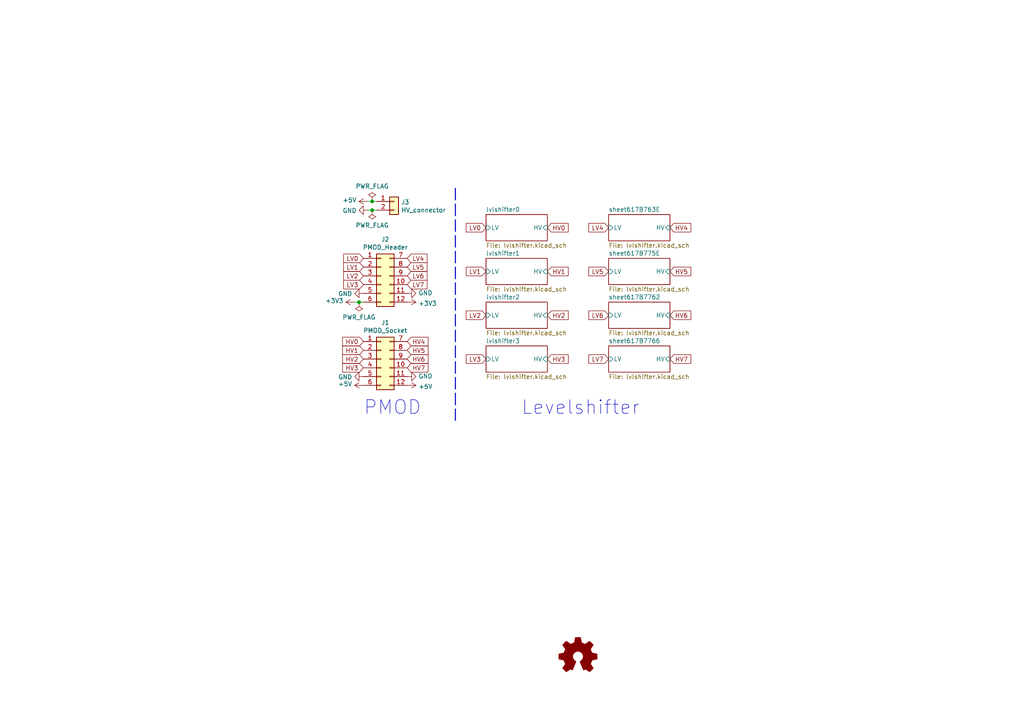
<source format=kicad_sch>
(kicad_sch (version 20211123) (generator eeschema)
  (paper "A4")
  (title_block (title "PMOD levelshifter") (date "2021-11-03") (rev "v1.0a"))
  (lib_symbols
    (symbol "Connector_Generic:Conn_01x02" (pin_names (offset 1.016) hide)
      (property "Reference" "J" (at 0 2.54 0))
      (property "Value" "Conn_01x02" (at 0 -5.08 0))
      (symbol "Conn_01x02_1_1"
        (rectangle (start -1.27 -2.413) (end 0 -2.667) (stroke (width 0.1524)))
        (rectangle (start -1.27 0.127) (end 0 -0.127) (stroke (width 0.1524)))
        (rectangle (start -1.27 1.27) (end 1.27 -3.81) (stroke (width 0.254)) (fill (type background)))
        (pin passive line (at -5.08 0 0) (length 3.81) (name "Pin_1") (number "1"))
        (pin passive line (at -5.08 -2.54 0) (length 3.81) (name "Pin_2") (number "2"))
      )
    )
    (symbol "Connector_Generic:Conn_02x06_Top_Bottom" (pin_names (offset 1.016) hide)
      (property "Reference" "J" (at 1.27 7.62 0))
      (property "Value" "Conn_02x06_Top_Bottom" (at 1.27 -10.16 0))
      (symbol "Conn_02x06_Top_Bottom_1_1"
        (rectangle (start -1.27 -7.493) (end 0 -7.747) (stroke (width 0.1524)))
        (rectangle (start -1.27 -4.953) (end 0 -5.207) (stroke (width 0.1524)))
        (rectangle (start -1.27 -2.413) (end 0 -2.667) (stroke (width 0.1524)))
        (rectangle (start -1.27 0.127) (end 0 -0.127) (stroke (width 0.1524)))
        (rectangle (start -1.27 2.667) (end 0 2.413) (stroke (width 0.1524)))
        (rectangle (start -1.27 5.207) (end 0 4.953) (stroke (width 0.1524)))
        (rectangle (start -1.27 6.35) (end 3.81 -8.89) (stroke (width 0.254)) (fill (type background)))
        (rectangle (start 3.81 -7.493) (end 2.54 -7.747) (stroke (width 0.1524)))
        (rectangle (start 3.81 -4.953) (end 2.54 -5.207) (stroke (width 0.1524)))
        (rectangle (start 3.81 -2.413) (end 2.54 -2.667) (stroke (width 0.1524)))
        (rectangle (start 3.81 0.127) (end 2.54 -0.127) (stroke (width 0.1524)))
        (rectangle (start 3.81 2.667) (end 2.54 2.413) (stroke (width 0.1524)))
        (rectangle (start 3.81 5.207) (end 2.54 4.953) (stroke (width 0.1524)))
        (pin passive line (at -5.08 5.08 0) (length 3.81) (name "Pin_1") (number "1"))
        (pin passive line (at 7.62 -2.54 180) (length 3.81) (name "Pin_10") (number "10"))
        (pin passive line (at 7.62 -5.08 180) (length 3.81) (name "Pin_11") (number "11"))
        (pin passive line (at 7.62 -7.62 180) (length 3.81) (name "Pin_12") (number "12"))
        (pin passive line (at -5.08 2.54 0) (length 3.81) (name "Pin_2") (number "2"))
        (pin passive line (at -5.08 0 0) (length 3.81) (name "Pin_3") (number "3"))
        (pin passive line (at -5.08 -2.54 0) (length 3.81) (name "Pin_4") (number "4"))
        (pin passive line (at -5.08 -5.08 0) (length 3.81) (name "Pin_5") (number "5"))
        (pin passive line (at -5.08 -7.62 0) (length 3.81) (name "Pin_6") (number "6"))
        (pin passive line (at 7.62 5.08 180) (length 3.81) (name "Pin_7") (number "7"))
        (pin passive line (at 7.62 2.54 180) (length 3.81) (name "Pin_8") (number "8"))
        (pin passive line (at 7.62 0 180) (length 3.81) (name "Pin_9") (number "9"))
      )
    )
    (symbol "Graphic:Logo_Open_Hardware_Small" (pin_names (offset 1.016))
      (symbol "Logo_Open_Hardware_Small_0_1"
        (polyline (pts (xy 3.3528 -4.3434) (xy 3.302 -4.318) (xy 3.175 -4.2418) (xy 2.9972 -4.1148) (xy 2.7686 -3.9624) (xy 2.54 -3.81) (xy 2.3622 -3.7084) (xy 2.2352 -3.6068) (xy 2.1844 -3.5814) (xy 2.159 -3.6068) (xy 2.0574 -3.6576) (xy 1.905 -3.7338) (xy 1.8034 -3.7846) (xy 1.6764 -3.8354) (xy 1.6002 -3.8354) (xy 1.6002 -3.8354) (xy 1.5494 -3.7338) (xy 1.4732 -3.5306) (xy 1.3462 -3.302) (xy 1.2446 -3.0226) (xy 1.1176 -2.7178) (xy 0.9652 -2.413) (xy 0.8636 -2.1082) (xy 0.7366 -1.8288) (xy 0.6604 -1.6256) (xy 0.6096 -1.4732) (xy 0.5842 -1.397) (xy 0.5842 -1.397) (xy 0.6604 -1.3208) (xy 0.7874 -1.2446) (xy 1.0414 -1.016) (xy 1.2954 -0.6858) (xy 1.4478 -0.3302) (xy 1.524 0.0762) (xy 1.4732 0.4572) (xy 1.3208 0.8128) (xy 1.0668 1.143) (xy 0.762 1.3716) (xy 0.4064 1.524) (xy 0 1.5748) (xy -0.381 1.5494) (xy -0.7366 1.397) (xy -1.0668 1.143) (xy -1.2192 0.9906) (xy -1.397 0.6604) (xy -1.524 0.3048) (xy -1.524 0.2286) (xy -1.4986 -0.1778) (xy -1.397 -0.5334) (xy -1.1938 -0.8636) (xy -0.9144 -1.143) (xy -0.8636 -1.1684) (xy -0.7366 -1.27) (xy -0.635 -1.3462) (xy -0.5842 -1.397) (xy -1.0668 -2.5908) (xy -1.143 -2.794) (xy -1.2954 -3.1242) (xy -1.397 -3.4036) (xy -1.4986 -3.6322) (xy -1.5748 -3.7846) (xy -1.6002 -3.8354) (xy -1.6002 -3.8354) (xy -1.651 -3.8354) (xy -1.7272 -3.81) (xy -1.905 -3.7338) (xy -2.0066 -3.683) (xy -2.1336 -3.6068) (xy -2.2098 -3.5814) (xy -2.2606 -3.6068) (xy -2.3622 -3.683) (xy -2.54 -3.81) (xy -2.7686 -3.9624) (xy -2.9718 -4.0894) (xy -3.1496 -4.2164) (xy -3.302 -4.318) (xy -3.3528 -4.3434) (xy -3.3782 -4.3434) (xy -3.429 -4.318) (xy -3.5306 -4.2164) (xy -3.7084 -4.064) (xy -3.937 -3.8354) (xy -3.9624 -3.81) (xy -4.1656 -3.6068) (xy -4.318 -3.4544) (xy -4.4196 -3.3274) (xy -4.445 -3.2766) (xy -4.445 -3.2766) (xy -4.4196 -3.2258) (xy -4.318 -3.0734) (xy -4.2164 -2.8956) (xy -4.064 -2.667) (xy -3.6576 -2.0828) (xy -3.8862 -1.5494) (xy -3.937 -1.3716) (xy -4.0386 -1.1684) (xy -4.0894 -1.0414) (xy -4.1148 -0.9652) (xy -4.191 -0.9398) (xy -4.318 -0.9144) (xy -4.5466 -0.8636) (xy -4.8006 -0.8128) (xy -5.0546 -0.7874) (xy -5.2578 -0.7366) (xy -5.4356 -0.7112) (xy -5.5118 -0.6858) (xy -5.5118 -0.6858) (xy -5.5372 -0.635) (xy -5.5372 -0.5588) (xy -5.5372 -0.4318) (xy -5.5626 -0.2286) (xy -5.5626 0.0762) (xy -5.5626 0.127) (xy -5.5372 0.4064) (xy -5.5372 0.635) (xy -5.5372 0.762) (xy -5.5372 0.8382) (xy -5.5372 0.8382) (xy -5.461 0.8382) (xy -5.3086 0.889) (xy -5.08 0.9144) (xy -4.826 0.9652) (xy -4.8006 0.9906) (xy -4.5466 1.0414) (xy -4.318 1.0668) (xy -4.1656 1.1176) (xy -4.0894 1.143) (xy -4.0894 1.143) (xy -4.0386 1.2446) (xy -3.9624 1.4224) (xy -3.8608 1.6256) (xy -3.7846 1.8288) (xy -3.7084 2.0066) (xy -3.6576 2.159) (xy -3.6322 2.2098) (xy -3.6322 2.2098) (xy -3.683 2.286) (xy -3.7592 2.413) (xy -3.8862 2.5908) (xy -4.064 2.8194) (xy -4.064 2.8448) (xy -4.2164 3.0734) (xy -4.3434 3.2512) (xy -4.4196 3.3782) (xy -4.445 3.4544) (xy -4.445 3.4544) (xy -4.3942 3.5052) (xy -4.2926 3.6322) (xy -4.1148 3.81) (xy -3.937 4.0132) (xy -3.8608 4.064) (xy -3.6576 4.2926) (xy -3.5052 4.4196) (xy -3.4036 4.4958) (xy -3.3528 4.5212) (xy -3.3528 4.5212) (xy -3.302 4.4704) (xy -3.1496 4.3688) (xy -2.9718 4.2418) (xy -2.7432 4.0894) (xy -2.7178 4.0894) (xy -2.4892 3.937) (xy -2.3114 3.81) (xy -2.1844 3.7084) (xy -2.1336 3.683) (xy -2.1082 3.683) (xy -2.032 3.7084) (xy -1.8542 3.7592) (xy -1.6764 3.8354) (xy -1.4732 3.937) (xy -1.27 4.0132) (xy -1.143 4.064) (xy -1.0668 4.1148) (xy -1.0668 4.1148) (xy -1.0414 4.191) (xy -1.016 4.3434) (xy -0.9652 4.572) (xy -0.9144 4.8514) (xy -0.889 4.9022) (xy -0.8382 5.1562) (xy -0.8128 5.3848) (xy -0.7874 5.5372) (xy -0.762 5.588) (xy -0.7112 5.6134) (xy -0.5842 5.6134) (xy -0.4064 5.6134) (xy -0.1524 5.6134) (xy 0.0762 5.6134) (xy 0.3302 5.6134) (xy 0.5334 5.6134) (xy 0.6858 5.588) (xy 0.7366 5.588) (xy 0.7366 5.588) (xy 0.762 5.5118) (xy 0.8128 5.334) (xy 0.8382 5.1054) (xy 0.9144 4.826) (xy 0.9144 4.7752) (xy 0.9652 4.5212) (xy 1.016 4.2926) (xy 1.0414 4.1402) (xy 1.0668 4.0894) (xy 1.0668 4.0894) (xy 1.1938 4.0386) (xy 1.3716 3.9624) (xy 1.5748 3.8608) (xy 2.0828 3.6576) (xy 2.7178 4.0894) (xy 2.7686 4.1402) (xy 2.9972 4.2926) (xy 3.175 4.4196) (xy 3.302 4.4958) (xy 3.3782 4.5212) (xy 3.3782 4.5212) (xy 3.429 4.4704) (xy 3.556 4.3434) (xy 3.7338 4.191) (xy 3.9116 3.9878) (xy 4.064 3.8354) (xy 4.2418 3.6576) (xy 4.3434 3.556) (xy 4.4196 3.4798) (xy 4.4196 3.429) (xy 4.4196 3.4036) (xy 4.3942 3.3274) (xy 4.2926 3.2004) (xy 4.1656 2.9972) (xy 4.0132 2.794) (xy 3.8862 2.5908) (xy 3.7592 2.3876) (xy 3.6576 2.2352) (xy 3.6322 2.159) (xy 3.6322 2.1336) (xy 3.683 2.0066) (xy 3.7592 1.8288) (xy 3.8608 1.6002) (xy 4.064 1.1176) (xy 4.3942 1.0414) (xy 4.5974 1.016) (xy 4.8768 0.9652) (xy 5.1308 0.9144) (xy 5.5372 0.8382) (xy 5.5626 -0.6604) (xy 5.4864 -0.6858) (xy 5.4356 -0.6858) (xy 5.2832 -0.7366) (xy 5.0546 -0.762) (xy 4.8006 -0.8128) (xy 4.5974 -0.8636) (xy 4.3688 -0.9144) (xy 4.2164 -0.9398) (xy 4.1402 -0.9398) (xy 4.1148 -0.9652) (xy 4.064 -1.0668) (xy 3.9878 -1.2446) (xy 3.9116 -1.4478) (xy 3.81 -1.651) (xy 3.7338 -1.8542) (xy 3.683 -2.0066) (xy 3.6576 -2.0828) (xy 3.683 -2.1336) (xy 3.7846 -2.2606) (xy 3.8862 -2.4638) (xy 4.0386 -2.667) (xy 4.191 -2.8956) (xy 4.318 -3.0734) (xy 4.3942 -3.2004) (xy 4.445 -3.2766) (xy 4.4196 -3.3274) (xy 4.3434 -3.429) (xy 4.1656 -3.5814) (xy 3.937 -3.8354) (xy 3.8862 -3.8608) (xy 3.683 -4.064) (xy 3.5306 -4.2164) (xy 3.4036 -4.318) (xy 3.3528 -4.3434)) (fill (type outline)))
      )
    )
    (symbol "power:+3.3V" (power) (pin_names (offset 0))
      (property "Value" "+3.3V" (at 0 3.556 0))
      (symbol "+3.3V_0_1"
        (polyline (pts (xy -0.762 1.27) (xy 0 2.54)))
        (polyline (pts (xy 0 0) (xy 0 2.54)))
        (polyline (pts (xy 0 2.54) (xy 0.762 1.27)))
      )
      (symbol "+3.3V_1_1"
        (pin power_in line (at 0 0 90) (length 0) hide (name "+3V3") (number "1"))
      )
    )
    (symbol "power:+5V" (power) (pin_names (offset 0))
      (property "Value" "+5V" (at 0 3.556 0))
      (symbol "+5V_0_1"
        (polyline (pts (xy -0.762 1.27) (xy 0 2.54)))
        (polyline (pts (xy 0 0) (xy 0 2.54)))
        (polyline (pts (xy 0 2.54) (xy 0.762 1.27)))
      )
      (symbol "+5V_1_1"
        (pin power_in line (at 0 0 90) (length 0) hide (name "+5V") (number "1"))
      )
    )
    (symbol "power:GND" (power) (pin_names (offset 0))
      (property "Value" "GND" (at 0 -3.81 0))
      (symbol "GND_0_1"
        (polyline (pts (xy 0 0) (xy 0 -1.27) (xy 1.27 -1.27) (xy 0 -2.54) (xy -1.27 -1.27) (xy 0 -1.27)))
      )
      (symbol "GND_1_1"
        (pin power_in line (at 0 0 270) (length 0) hide (name "GND") (number "1"))
      )
    )
    (symbol "power:PWR_FLAG" (power) (pin_numbers hide) (pin_names (offset 0) hide)
      (property "Value" "PWR_FLAG" (at 0 3.81 0))
      (symbol "PWR_FLAG_0_0"
        (pin power_out line (at 0 0 90) (length 0) (name "pwr") (number "1"))
      )
      (symbol "PWR_FLAG_0_1"
        (polyline (pts (xy 0 0) (xy 0 1.27) (xy -1.016 1.905) (xy 0 2.54) (xy 1.016 1.905) (xy 0 1.27)))
      )
    )
  )
  (junction (at 104.14 87.63))
  (junction (at 107.95 60.96))
  (junction (at 107.95 58.42))
  (wire (pts (xy 107.95 58.42) (xy 109.22 58.42)))
  (wire (pts (xy 109.22 60.96) (xy 107.95 60.96)))
  (wire (pts (xy 106.68 60.96) (xy 107.95 60.96)))
  (polyline (pts (xy 132.08 54.61) (xy 132.08 121.92)) (stroke (width 0.3048)))
  (wire (pts (xy 102.87 87.63) (xy 104.14 87.63)))
  (wire (pts (xy 107.95 58.42) (xy 106.68 58.42)))
  (wire (pts (xy 104.14 87.63) (xy 105.41 87.63)))
  (text "PMOD" (at 105.41 120.65 0) (effects (font (size 3.9878 3.9878)) (justify left bottom)))
  (text "Levelshifter" (at 151.13 120.65 0) (effects (font (size 3.9878 3.9878)) (justify left bottom)))
  (global_label "HV4" (shape input) (at 118.11 99.06 0) (property "Referenzen zwischen Schaltplänen" "${INTERSHEET_REFS}" (effects hide)))
  (global_label "LV6" (shape input) (at 176.53 91.44 180) (property "Referenzen zwischen Schaltplänen" "${INTERSHEET_REFS}" (effects hide)))
  (global_label "HV3" (shape input) (at 158.75 104.14 0) (property "Referenzen zwischen Schaltplänen" "${INTERSHEET_REFS}" (effects hide)))
  (global_label "LV3" (shape input) (at 140.97 104.14 180) (property "Referenzen zwischen Schaltplänen" "${INTERSHEET_REFS}" (effects hide)))
  (global_label "LV1" (shape input) (at 105.41 77.47 180) (property "Referenzen zwischen Schaltplänen" "${INTERSHEET_REFS}" (effects hide)))
  (global_label "LV7" (shape input) (at 176.53 104.14 180) (property "Referenzen zwischen Schaltplänen" "${INTERSHEET_REFS}" (effects hide)))
  (global_label "HV2" (shape input) (at 105.41 104.14 180) (property "Referenzen zwischen Schaltplänen" "${INTERSHEET_REFS}" (effects hide)))
  (global_label "HV1" (shape input) (at 105.41 101.6 180) (property "Referenzen zwischen Schaltplänen" "${INTERSHEET_REFS}" (effects hide)))
  (global_label "LV7" (shape input) (at 118.11 82.55 0) (property "Referenzen zwischen Schaltplänen" "${INTERSHEET_REFS}" (effects hide)))
  (global_label "LV4" (shape input) (at 118.11 74.93 0) (property "Referenzen zwischen Schaltplänen" "${INTERSHEET_REFS}" (effects hide)))
  (global_label "HV7" (shape input) (at 194.31 104.14 0) (property "Referenzen zwischen Schaltplänen" "${INTERSHEET_REFS}" (effects hide)))
  (global_label "HV0" (shape input) (at 158.75 66.04 0) (property "Referenzen zwischen Schaltplänen" "${INTERSHEET_REFS}" (effects hide)))
  (global_label "HV5" (shape input) (at 194.31 78.74 0) (property "Referenzen zwischen Schaltplänen" "${INTERSHEET_REFS}" (effects hide)))
  (global_label "LV2" (shape input) (at 140.97 91.44 180) (property "Referenzen zwischen Schaltplänen" "${INTERSHEET_REFS}" (effects hide)))
  (global_label "LV2" (shape input) (at 105.41 80.01 180) (property "Referenzen zwischen Schaltplänen" "${INTERSHEET_REFS}" (effects hide)))
  (global_label "HV7" (shape input) (at 118.11 106.68 0) (property "Referenzen zwischen Schaltplänen" "${INTERSHEET_REFS}" (effects hide)))
  (global_label "LV0" (shape input) (at 140.97 66.04 180) (property "Referenzen zwischen Schaltplänen" "${INTERSHEET_REFS}" (effects hide)))
  (global_label "HV3" (shape input) (at 105.41 106.68 180) (property "Referenzen zwischen Schaltplänen" "${INTERSHEET_REFS}" (effects hide)))
  (global_label "LV6" (shape input) (at 118.11 80.01 0) (property "Referenzen zwischen Schaltplänen" "${INTERSHEET_REFS}" (effects hide)))
  (global_label "HV6" (shape input) (at 118.11 104.14 0) (property "Referenzen zwischen Schaltplänen" "${INTERSHEET_REFS}" (effects hide)))
  (global_label "HV4" (shape input) (at 194.31 66.04 0) (property "Referenzen zwischen Schaltplänen" "${INTERSHEET_REFS}" (effects hide)))
  (global_label "HV0" (shape input) (at 105.41 99.06 180) (property "Referenzen zwischen Schaltplänen" "${INTERSHEET_REFS}" (effects hide)))
  (global_label "LV0" (shape input) (at 105.41 74.93 180) (property "Referenzen zwischen Schaltplänen" "${INTERSHEET_REFS}" (effects hide)))
  (global_label "HV5" (shape input) (at 118.11 101.6 0) (property "Referenzen zwischen Schaltplänen" "${INTERSHEET_REFS}" (effects hide)))
  (global_label "LV3" (shape input) (at 105.41 82.55 180) (property "Referenzen zwischen Schaltplänen" "${INTERSHEET_REFS}" (effects hide)))
  (global_label "LV4" (shape input) (at 176.53 66.04 180) (property "Referenzen zwischen Schaltplänen" "${INTERSHEET_REFS}" (effects hide)))
  (global_label "LV1" (shape input) (at 140.97 78.74 180) (property "Referenzen zwischen Schaltplänen" "${INTERSHEET_REFS}" (effects hide)))
  (global_label "HV1" (shape input) (at 158.75 78.74 0) (property "Referenzen zwischen Schaltplänen" "${INTERSHEET_REFS}" (effects hide)))
  (global_label "HV2" (shape input) (at 158.75 91.44 0) (property "Referenzen zwischen Schaltplänen" "${INTERSHEET_REFS}" (effects hide)))
  (global_label "LV5" (shape input) (at 176.53 78.74 180) (property "Referenzen zwischen Schaltplänen" "${INTERSHEET_REFS}" (effects hide)))
  (global_label "LV5" (shape input) (at 118.11 77.47 0) (property "Referenzen zwischen Schaltplänen" "${INTERSHEET_REFS}" (effects hide)))
  (global_label "HV6" (shape input) (at 194.31 91.44 0) (property "Referenzen zwischen Schaltplänen" "${INTERSHEET_REFS}" (effects hide)))
  (symbol (lib_id "Connector_Generic:Conn_02x06_Top_Bottom") (at 110.49 104.14 0) (unit 1)
    (property "Reference" "J1" (at 111.76 93.5482 0))
    (property "Value" "PMOD_Socket" (at 111.76 95.8596 0))
    (property "Footprint" "connector:PMODSocket_2x06_P2.54mm_Horizontal" (effects hide))
  )
  (symbol (lib_id "Connector_Generic:Conn_02x06_Top_Bottom") (at 110.49 80.01 0) (unit 1)
    (property "Reference" "J2" (at 111.76 69.4182 0))
    (property "Value" "PMOD_Header" (at 111.76 71.7296 0))
    (property "Footprint" "connector:PMODHeader_2x06_P2.54mm_Horizontal" (effects hide))
  )
  (symbol (lib_id "power:+3.3V") (at 102.87 87.63 90) (unit 1)
    (property "Reference" "#PWR02" (effects hide))
    (property "Value" "+3.3V" (at 99.6188 87.249 90) (effects (justify left)))
  )
  (symbol (lib_id "power:GND") (at 105.41 109.22 270) (unit 1)
    (property "Reference" "#PWR01" (effects hide))
    (property "Value" "GND" (at 102.1588 109.347 90) (effects (justify right)))
  )
  (symbol (lib_id "power:+3.3V") (at 118.11 87.63 270) (unit 1)
    (property "Reference" "#PWR04" (effects hide))
    (property "Value" "+3.3V" (at 121.3612 88.011 90) (effects (justify left)))
  )
  (symbol (lib_id "power:GND") (at 118.11 109.22 90) (unit 1)
    (property "Reference" "#PWR03" (effects hide))
    (property "Value" "GND" (at 121.3612 109.093 90) (effects (justify right)))
  )
  (symbol (lib_id "power:GND") (at 105.41 85.09 270) (unit 1)
    (property "Reference" "#PWR0101" (effects hide))
    (property "Value" "GND" (at 102.1588 85.217 90) (effects (justify right)))
  )
  (symbol (lib_id "power:GND") (at 118.11 85.09 90) (unit 1)
    (property "Reference" "#PWR0102" (effects hide))
    (property "Value" "GND" (at 121.3612 84.963 90) (effects (justify right)))
  )
  (symbol (lib_id "power:+5V") (at 105.41 111.76 90) (unit 1)
    (property "Reference" "#PWR0103" (effects hide))
    (property "Value" "+5V" (at 102.1588 111.379 90) (effects (justify left)))
  )
  (symbol (lib_id "power:+5V") (at 118.11 111.76 270) (unit 1)
    (property "Reference" "#PWR0104" (effects hide))
    (property "Value" "+5V" (at 121.3612 112.141 90) (effects (justify left)))
  )
  (symbol (lib_id "Graphic:Logo_Open_Hardware_Small") (at 167.64 190.5 0) (unit 1)
    (property "Reference" "#LOGO1" (effects hide))
    (property "Value" "Logo_Open_Hardware_Small" (effects hide))
  )
  (symbol (lib_id "Connector_Generic:Conn_01x02") (at 114.3 58.42 0) (unit 1)
    (property "Reference" "J3" (at 116.332 58.6232 0) (effects (justify left)))
    (property "Value" "HV_connector" (at 116.332 60.9346 0) (effects (justify left)))
    (property "Footprint" "Connector_PinHeader_2.54mm:PinHeader_1x02_P2.54mm_Vertical" (effects hide))
  )
  (symbol (lib_id "power:+5V") (at 106.68 58.42 90) (unit 1)
    (property "Reference" "#PWR0105" (effects hide))
    (property "Value" "+5V" (at 103.4288 58.039 90) (effects (justify left)))
  )
  (symbol (lib_id "power:GND") (at 106.68 60.96 270) (unit 1)
    (property "Reference" "#PWR0106" (effects hide))
    (property "Value" "GND" (at 103.4288 61.087 90) (effects (justify right)))
  )
  (symbol (lib_id "power:PWR_FLAG") (at 107.95 58.42 0) (unit 1)
    (property "Reference" "#FLG0101" (effects hide))
    (property "Value" "PWR_FLAG" (at 107.95 54.0258 0))
  )
  (symbol (lib_id "power:PWR_FLAG") (at 107.95 60.96 180) (unit 1)
    (property "Reference" "#FLG0102" (effects hide))
    (property "Value" "PWR_FLAG" (at 107.95 65.3542 0))
  )
  (symbol (lib_id "power:PWR_FLAG") (at 104.14 87.63 180) (unit 1)
    (property "Reference" "#FLG0103" (effects hide))
    (property "Value" "PWR_FLAG" (at 104.14 92.0242 0))
  )
  (sheet (at 176.53 62.23) (size 17.78 7.62)
    (property "Sheet name" "sheet617B763E" (at 176.53 61.5184 0) (effects (justify left bottom)))
    (property "Sheet file" "lvlshifter.kicad_sch" (at 176.53 70.4346 0) (effects (justify left top)))
    (pin "LV" input (at 176.53 66.04 180))
    (pin "HV" input (at 194.31 66.04 0))
  )
  (sheet (at 176.53 74.93) (size 17.78 7.62)
    (property "Sheet name" "sheet617B775E" (at 176.53 74.2184 0) (effects (justify left bottom)))
    (property "Sheet file" "lvlshifter.kicad_sch" (at 176.53 83.1346 0) (effects (justify left top)))
    (pin "LV" input (at 176.53 78.74 180))
    (pin "HV" input (at 194.31 78.74 0))
  )
  (sheet (at 176.53 87.63) (size 17.78 7.62)
    (property "Sheet name" "sheet617B7762" (at 176.53 86.9184 0) (effects (justify left bottom)))
    (property "Sheet file" "lvlshifter.kicad_sch" (at 176.53 95.8346 0) (effects (justify left top)))
    (pin "LV" input (at 176.53 91.44 180))
    (pin "HV" input (at 194.31 91.44 0))
  )
  (sheet (at 176.53 100.33) (size 17.78 7.62)
    (property "Sheet name" "sheet617B7766" (at 176.53 99.6184 0) (effects (justify left bottom)))
    (property "Sheet file" "lvlshifter.kicad_sch" (at 176.53 108.5346 0) (effects (justify left top)))
    (pin "LV" input (at 176.53 104.14 180))
    (pin "HV" input (at 194.31 104.14 0))
  )
  (sheet (at 140.97 62.23) (size 17.78 7.62)
    (property "Sheet name" "lvlshifter0" (at 140.97 61.5184 0) (effects (justify left bottom)))
    (property "Sheet file" "lvlshifter.kicad_sch" (at 140.97 70.4346 0) (effects (justify left top)))
    (pin "LV" input (at 140.97 66.04 180))
    (pin "HV" input (at 158.75 66.04 0))
  )
  (sheet (at 140.97 74.93) (size 17.78 7.62)
    (property "Sheet name" "lvlshifter1" (at 140.97 74.2184 0) (effects (justify left bottom)))
    (property "Sheet file" "lvlshifter.kicad_sch" (at 140.97 83.1346 0) (effects (justify left top)))
    (pin "LV" input (at 140.97 78.74 180))
    (pin "HV" input (at 158.75 78.74 0))
  )
  (sheet (at 140.97 87.63) (size 17.78 7.62)
    (property "Sheet name" "lvlshifter2" (at 140.97 86.9184 0) (effects (justify left bottom)))
    (property "Sheet file" "lvlshifter.kicad_sch" (at 140.97 95.8346 0) (effects (justify left top)))
    (pin "LV" input (at 140.97 91.44 180))
    (pin "HV" input (at 158.75 91.44 0))
  )
  (sheet (at 140.97 100.33) (size 17.78 7.62)
    (property "Sheet name" "lvlshifter3" (at 140.97 99.6184 0) (effects (justify left bottom)))
    (property "Sheet file" "lvlshifter.kicad_sch" (at 140.97 108.5346 0) (effects (justify left top)))
    (pin "LV" input (at 140.97 104.14 180))
    (pin "HV" input (at 158.75 104.14 0))
  )
)
</source>
